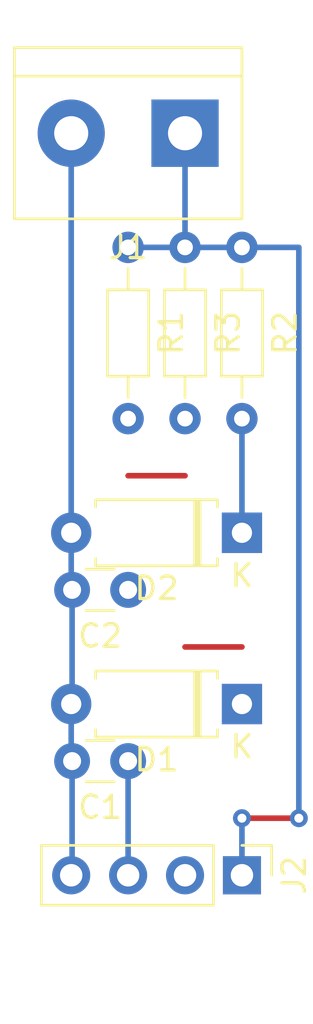
<source format=kicad_pcb>
(kicad_pcb (version 20171130) (host pcbnew 5.0.1-33cea8e~68~ubuntu18.04.1)

  (general
    (thickness 1.6)
    (drawings 0)
    (tracks 25)
    (zones 0)
    (modules 9)
    (nets 5)
  )

  (page A4)
  (layers
    (0 F.Cu signal)
    (31 B.Cu signal)
    (32 B.Adhes user)
    (33 F.Adhes user)
    (34 B.Paste user)
    (35 F.Paste user)
    (36 B.SilkS user)
    (37 F.SilkS user)
    (38 B.Mask user)
    (39 F.Mask user)
    (40 Dwgs.User user)
    (41 Cmts.User user)
    (42 Eco1.User user)
    (43 Eco2.User user)
    (44 Edge.Cuts user)
    (45 Margin user)
    (46 B.CrtYd user)
    (47 F.CrtYd user)
    (48 B.Fab user)
    (49 F.Fab user)
  )

  (setup
    (last_trace_width 0.25)
    (trace_clearance 0.2)
    (zone_clearance 0.508)
    (zone_45_only no)
    (trace_min 0.2)
    (segment_width 0.2)
    (edge_width 0.15)
    (via_size 0.8)
    (via_drill 0.4)
    (via_min_size 0.4)
    (via_min_drill 0.3)
    (uvia_size 0.3)
    (uvia_drill 0.1)
    (uvias_allowed no)
    (uvia_min_size 0.2)
    (uvia_min_drill 0.1)
    (pcb_text_width 0.3)
    (pcb_text_size 1.5 1.5)
    (mod_edge_width 0.15)
    (mod_text_size 1 1)
    (mod_text_width 0.15)
    (pad_size 1.524 1.524)
    (pad_drill 0.762)
    (pad_to_mask_clearance 0.051)
    (solder_mask_min_width 0.25)
    (aux_axis_origin 0 0)
    (visible_elements FFFFFF7F)
    (pcbplotparams
      (layerselection 0x010fc_ffffffff)
      (usegerberextensions false)
      (usegerberattributes false)
      (usegerberadvancedattributes false)
      (creategerberjobfile false)
      (excludeedgelayer true)
      (linewidth 0.100000)
      (plotframeref false)
      (viasonmask false)
      (mode 1)
      (useauxorigin false)
      (hpglpennumber 1)
      (hpglpenspeed 20)
      (hpglpendiameter 15.000000)
      (psnegative false)
      (psa4output false)
      (plotreference true)
      (plotvalue true)
      (plotinvisibletext false)
      (padsonsilk false)
      (subtractmaskfromsilk false)
      (outputformat 1)
      (mirror false)
      (drillshape 1)
      (scaleselection 1)
      (outputdirectory ""))
  )

  (net 0 "")
  (net 1 /5V1_In)
  (net 2 /GND)
  (net 3 /3V3_80mA_Regulated_Out)
  (net 4 /5V1_200mA_Regulated_Out)

  (net_class Default "This is the default net class."
    (clearance 0.2)
    (trace_width 0.25)
    (via_dia 0.8)
    (via_drill 0.4)
    (uvia_dia 0.3)
    (uvia_drill 0.1)
    (add_net /3V3_80mA_Regulated_Out)
    (add_net /5V1_200mA_Regulated_Out)
    (add_net /5V1_In)
    (add_net /GND)
  )

  (module Resistor_THT:R_Axial_DIN0204_L3.6mm_D1.6mm_P7.62mm_Horizontal (layer F.Cu) (tedit 5AE5139B) (tstamp 5BF5A517)
    (at 134.62 68.58 270)
    (descr "Resistor, Axial_DIN0204 series, Axial, Horizontal, pin pitch=7.62mm, 0.167W, length*diameter=3.6*1.6mm^2, http://cdn-reichelt.de/documents/datenblatt/B400/1_4W%23YAG.pdf")
    (tags "Resistor Axial_DIN0204 series Axial Horizontal pin pitch 7.62mm 0.167W length 3.6mm diameter 1.6mm")
    (path /5BE919B4)
    (fp_text reference R3 (at 3.81 -1.92 270) (layer F.SilkS)
      (effects (font (size 1 1) (thickness 0.15)))
    )
    (fp_text value 10 (at 3.81 1.92 270) (layer F.Fab)
      (effects (font (size 1 1) (thickness 0.15)))
    )
    (fp_line (start 2.01 -0.8) (end 2.01 0.8) (layer F.Fab) (width 0.1))
    (fp_line (start 2.01 0.8) (end 5.61 0.8) (layer F.Fab) (width 0.1))
    (fp_line (start 5.61 0.8) (end 5.61 -0.8) (layer F.Fab) (width 0.1))
    (fp_line (start 5.61 -0.8) (end 2.01 -0.8) (layer F.Fab) (width 0.1))
    (fp_line (start 0 0) (end 2.01 0) (layer F.Fab) (width 0.1))
    (fp_line (start 7.62 0) (end 5.61 0) (layer F.Fab) (width 0.1))
    (fp_line (start 1.89 -0.92) (end 1.89 0.92) (layer F.SilkS) (width 0.12))
    (fp_line (start 1.89 0.92) (end 5.73 0.92) (layer F.SilkS) (width 0.12))
    (fp_line (start 5.73 0.92) (end 5.73 -0.92) (layer F.SilkS) (width 0.12))
    (fp_line (start 5.73 -0.92) (end 1.89 -0.92) (layer F.SilkS) (width 0.12))
    (fp_line (start 0.94 0) (end 1.89 0) (layer F.SilkS) (width 0.12))
    (fp_line (start 6.68 0) (end 5.73 0) (layer F.SilkS) (width 0.12))
    (fp_line (start -0.95 -1.05) (end -0.95 1.05) (layer F.CrtYd) (width 0.05))
    (fp_line (start -0.95 1.05) (end 8.57 1.05) (layer F.CrtYd) (width 0.05))
    (fp_line (start 8.57 1.05) (end 8.57 -1.05) (layer F.CrtYd) (width 0.05))
    (fp_line (start 8.57 -1.05) (end -0.95 -1.05) (layer F.CrtYd) (width 0.05))
    (fp_text user %R (at 3.81 0 270) (layer F.Fab)
      (effects (font (size 0.72 0.72) (thickness 0.108)))
    )
    (pad 1 thru_hole circle (at 0 0 270) (size 1.4 1.4) (drill 0.7) (layers *.Cu *.Mask)
      (net 1 /5V1_In))
    (pad 2 thru_hole oval (at 7.62 0 270) (size 1.4 1.4) (drill 0.7) (layers *.Cu *.Mask)
      (net 4 /5V1_200mA_Regulated_Out))
    (model ${KISYS3DMOD}/Resistor_THT.3dshapes/R_Axial_DIN0204_L3.6mm_D1.6mm_P7.62mm_Horizontal.wrl
      (at (xyz 0 0 0))
      (scale (xyz 1 1 1))
      (rotate (xyz 0 0 0))
    )
  )

  (module Resistor_THT:R_Axial_DIN0204_L3.6mm_D1.6mm_P7.62mm_Horizontal (layer F.Cu) (tedit 5AE5139B) (tstamp 5BF5A501)
    (at 137.16 68.58 270)
    (descr "Resistor, Axial_DIN0204 series, Axial, Horizontal, pin pitch=7.62mm, 0.167W, length*diameter=3.6*1.6mm^2, http://cdn-reichelt.de/documents/datenblatt/B400/1_4W%23YAG.pdf")
    (tags "Resistor Axial_DIN0204 series Axial Horizontal pin pitch 7.62mm 0.167W length 3.6mm diameter 1.6mm")
    (path /5BE91992)
    (fp_text reference R2 (at 3.81 -1.92 270) (layer F.SilkS)
      (effects (font (size 1 1) (thickness 0.15)))
    )
    (fp_text value 10 (at 3.81 1.92 270) (layer F.Fab)
      (effects (font (size 1 1) (thickness 0.15)))
    )
    (fp_text user %R (at 3.81 0 270) (layer F.Fab)
      (effects (font (size 0.72 0.72) (thickness 0.108)))
    )
    (fp_line (start 8.57 -1.05) (end -0.95 -1.05) (layer F.CrtYd) (width 0.05))
    (fp_line (start 8.57 1.05) (end 8.57 -1.05) (layer F.CrtYd) (width 0.05))
    (fp_line (start -0.95 1.05) (end 8.57 1.05) (layer F.CrtYd) (width 0.05))
    (fp_line (start -0.95 -1.05) (end -0.95 1.05) (layer F.CrtYd) (width 0.05))
    (fp_line (start 6.68 0) (end 5.73 0) (layer F.SilkS) (width 0.12))
    (fp_line (start 0.94 0) (end 1.89 0) (layer F.SilkS) (width 0.12))
    (fp_line (start 5.73 -0.92) (end 1.89 -0.92) (layer F.SilkS) (width 0.12))
    (fp_line (start 5.73 0.92) (end 5.73 -0.92) (layer F.SilkS) (width 0.12))
    (fp_line (start 1.89 0.92) (end 5.73 0.92) (layer F.SilkS) (width 0.12))
    (fp_line (start 1.89 -0.92) (end 1.89 0.92) (layer F.SilkS) (width 0.12))
    (fp_line (start 7.62 0) (end 5.61 0) (layer F.Fab) (width 0.1))
    (fp_line (start 0 0) (end 2.01 0) (layer F.Fab) (width 0.1))
    (fp_line (start 5.61 -0.8) (end 2.01 -0.8) (layer F.Fab) (width 0.1))
    (fp_line (start 5.61 0.8) (end 5.61 -0.8) (layer F.Fab) (width 0.1))
    (fp_line (start 2.01 0.8) (end 5.61 0.8) (layer F.Fab) (width 0.1))
    (fp_line (start 2.01 -0.8) (end 2.01 0.8) (layer F.Fab) (width 0.1))
    (pad 2 thru_hole oval (at 7.62 0 270) (size 1.4 1.4) (drill 0.7) (layers *.Cu *.Mask)
      (net 4 /5V1_200mA_Regulated_Out))
    (pad 1 thru_hole circle (at 0 0 270) (size 1.4 1.4) (drill 0.7) (layers *.Cu *.Mask)
      (net 1 /5V1_In))
    (model ${KISYS3DMOD}/Resistor_THT.3dshapes/R_Axial_DIN0204_L3.6mm_D1.6mm_P7.62mm_Horizontal.wrl
      (at (xyz 0 0 0))
      (scale (xyz 1 1 1))
      (rotate (xyz 0 0 0))
    )
  )

  (module Resistor_THT:R_Axial_DIN0204_L3.6mm_D1.6mm_P7.62mm_Horizontal (layer F.Cu) (tedit 5AE5139B) (tstamp 5BF5A4EB)
    (at 132.08 68.58 270)
    (descr "Resistor, Axial_DIN0204 series, Axial, Horizontal, pin pitch=7.62mm, 0.167W, length*diameter=3.6*1.6mm^2, http://cdn-reichelt.de/documents/datenblatt/B400/1_4W%23YAG.pdf")
    (tags "Resistor Axial_DIN0204 series Axial Horizontal pin pitch 7.62mm 0.167W length 3.6mm diameter 1.6mm")
    (path /5BE919DE)
    (fp_text reference R1 (at 3.81 -1.92 270) (layer F.SilkS)
      (effects (font (size 1 1) (thickness 0.15)))
    )
    (fp_text value 22 (at 3.81 1.92 270) (layer F.Fab)
      (effects (font (size 1 1) (thickness 0.15)))
    )
    (fp_line (start 2.01 -0.8) (end 2.01 0.8) (layer F.Fab) (width 0.1))
    (fp_line (start 2.01 0.8) (end 5.61 0.8) (layer F.Fab) (width 0.1))
    (fp_line (start 5.61 0.8) (end 5.61 -0.8) (layer F.Fab) (width 0.1))
    (fp_line (start 5.61 -0.8) (end 2.01 -0.8) (layer F.Fab) (width 0.1))
    (fp_line (start 0 0) (end 2.01 0) (layer F.Fab) (width 0.1))
    (fp_line (start 7.62 0) (end 5.61 0) (layer F.Fab) (width 0.1))
    (fp_line (start 1.89 -0.92) (end 1.89 0.92) (layer F.SilkS) (width 0.12))
    (fp_line (start 1.89 0.92) (end 5.73 0.92) (layer F.SilkS) (width 0.12))
    (fp_line (start 5.73 0.92) (end 5.73 -0.92) (layer F.SilkS) (width 0.12))
    (fp_line (start 5.73 -0.92) (end 1.89 -0.92) (layer F.SilkS) (width 0.12))
    (fp_line (start 0.94 0) (end 1.89 0) (layer F.SilkS) (width 0.12))
    (fp_line (start 6.68 0) (end 5.73 0) (layer F.SilkS) (width 0.12))
    (fp_line (start -0.95 -1.05) (end -0.95 1.05) (layer F.CrtYd) (width 0.05))
    (fp_line (start -0.95 1.05) (end 8.57 1.05) (layer F.CrtYd) (width 0.05))
    (fp_line (start 8.57 1.05) (end 8.57 -1.05) (layer F.CrtYd) (width 0.05))
    (fp_line (start 8.57 -1.05) (end -0.95 -1.05) (layer F.CrtYd) (width 0.05))
    (fp_text user %R (at 3.81 0 270) (layer F.Fab)
      (effects (font (size 0.72 0.72) (thickness 0.108)))
    )
    (pad 1 thru_hole circle (at 0 0 270) (size 1.4 1.4) (drill 0.7) (layers *.Cu *.Mask)
      (net 1 /5V1_In))
    (pad 2 thru_hole oval (at 7.62 0 270) (size 1.4 1.4) (drill 0.7) (layers *.Cu *.Mask)
      (net 3 /3V3_80mA_Regulated_Out))
    (model ${KISYS3DMOD}/Resistor_THT.3dshapes/R_Axial_DIN0204_L3.6mm_D1.6mm_P7.62mm_Horizontal.wrl
      (at (xyz 0 0 0))
      (scale (xyz 1 1 1))
      (rotate (xyz 0 0 0))
    )
  )

  (module Capacitor_THT:C_Disc_D3.0mm_W1.6mm_P2.50mm (layer F.Cu) (tedit 5AE50EF0) (tstamp 5BF5981D)
    (at 132.08 83.82 180)
    (descr "C, Disc series, Radial, pin pitch=2.50mm, , diameter*width=3.0*1.6mm^2, Capacitor, http://www.vishay.com/docs/45233/krseries.pdf")
    (tags "C Disc series Radial pin pitch 2.50mm  diameter 3.0mm width 1.6mm Capacitor")
    (path /5BE91BB9)
    (fp_text reference C2 (at 1.25 -2.05 180) (layer F.SilkS)
      (effects (font (size 1 1) (thickness 0.15)))
    )
    (fp_text value 0.1uF (at 1.25 2.05 180) (layer F.Fab)
      (effects (font (size 1 1) (thickness 0.15)))
    )
    (fp_text user %R (at 1.25 0 180) (layer F.Fab)
      (effects (font (size 0.6 0.6) (thickness 0.09)))
    )
    (fp_line (start 3.55 -1.05) (end -1.05 -1.05) (layer F.CrtYd) (width 0.05))
    (fp_line (start 3.55 1.05) (end 3.55 -1.05) (layer F.CrtYd) (width 0.05))
    (fp_line (start -1.05 1.05) (end 3.55 1.05) (layer F.CrtYd) (width 0.05))
    (fp_line (start -1.05 -1.05) (end -1.05 1.05) (layer F.CrtYd) (width 0.05))
    (fp_line (start 0.621 0.92) (end 1.879 0.92) (layer F.SilkS) (width 0.12))
    (fp_line (start 0.621 -0.92) (end 1.879 -0.92) (layer F.SilkS) (width 0.12))
    (fp_line (start 2.75 -0.8) (end -0.25 -0.8) (layer F.Fab) (width 0.1))
    (fp_line (start 2.75 0.8) (end 2.75 -0.8) (layer F.Fab) (width 0.1))
    (fp_line (start -0.25 0.8) (end 2.75 0.8) (layer F.Fab) (width 0.1))
    (fp_line (start -0.25 -0.8) (end -0.25 0.8) (layer F.Fab) (width 0.1))
    (pad 2 thru_hole circle (at 2.5 0 180) (size 1.6 1.6) (drill 0.8) (layers *.Cu *.Mask)
      (net 2 /GND))
    (pad 1 thru_hole circle (at 0 0 180) (size 1.6 1.6) (drill 0.8) (layers *.Cu *.Mask)
      (net 4 /5V1_200mA_Regulated_Out))
    (model ${KISYS3DMOD}/Capacitor_THT.3dshapes/C_Disc_D3.0mm_W1.6mm_P2.50mm.wrl
      (at (xyz 0 0 0))
      (scale (xyz 1 1 1))
      (rotate (xyz 0 0 0))
    )
  )

  (module Capacitor_THT:C_Disc_D3.0mm_W1.6mm_P2.50mm (layer F.Cu) (tedit 5AE50EF0) (tstamp 5BF5980C)
    (at 132.08 91.44 180)
    (descr "C, Disc series, Radial, pin pitch=2.50mm, , diameter*width=3.0*1.6mm^2, Capacitor, http://www.vishay.com/docs/45233/krseries.pdf")
    (tags "C Disc series Radial pin pitch 2.50mm  diameter 3.0mm width 1.6mm Capacitor")
    (path /5BE91C21)
    (fp_text reference C1 (at 1.25 -2.05 180) (layer F.SilkS)
      (effects (font (size 1 1) (thickness 0.15)))
    )
    (fp_text value 0.1uF (at 1.25 2.05 180) (layer F.Fab)
      (effects (font (size 1 1) (thickness 0.15)))
    )
    (fp_line (start -0.25 -0.8) (end -0.25 0.8) (layer F.Fab) (width 0.1))
    (fp_line (start -0.25 0.8) (end 2.75 0.8) (layer F.Fab) (width 0.1))
    (fp_line (start 2.75 0.8) (end 2.75 -0.8) (layer F.Fab) (width 0.1))
    (fp_line (start 2.75 -0.8) (end -0.25 -0.8) (layer F.Fab) (width 0.1))
    (fp_line (start 0.621 -0.92) (end 1.879 -0.92) (layer F.SilkS) (width 0.12))
    (fp_line (start 0.621 0.92) (end 1.879 0.92) (layer F.SilkS) (width 0.12))
    (fp_line (start -1.05 -1.05) (end -1.05 1.05) (layer F.CrtYd) (width 0.05))
    (fp_line (start -1.05 1.05) (end 3.55 1.05) (layer F.CrtYd) (width 0.05))
    (fp_line (start 3.55 1.05) (end 3.55 -1.05) (layer F.CrtYd) (width 0.05))
    (fp_line (start 3.55 -1.05) (end -1.05 -1.05) (layer F.CrtYd) (width 0.05))
    (fp_text user %R (at 0 5.08 180) (layer F.Fab)
      (effects (font (size 0.6 0.6) (thickness 0.09)))
    )
    (pad 1 thru_hole circle (at 0 0 180) (size 1.6 1.6) (drill 0.8) (layers *.Cu *.Mask)
      (net 3 /3V3_80mA_Regulated_Out))
    (pad 2 thru_hole circle (at 2.5 0 180) (size 1.6 1.6) (drill 0.8) (layers *.Cu *.Mask)
      (net 2 /GND))
    (model ${KISYS3DMOD}/Capacitor_THT.3dshapes/C_Disc_D3.0mm_W1.6mm_P2.50mm.wrl
      (at (xyz 0 0 0))
      (scale (xyz 1 1 1))
      (rotate (xyz 0 0 0))
    )
  )

  (module Connector_PinHeader_2.54mm:PinHeader_1x04_P2.54mm_Vertical (layer F.Cu) (tedit 59FED5CC) (tstamp 5BF597FB)
    (at 137.16 96.52 270)
    (descr "Through hole straight pin header, 1x04, 2.54mm pitch, single row")
    (tags "Through hole pin header THT 1x04 2.54mm single row")
    (path /5BE91FEE)
    (fp_text reference J2 (at 0 -2.33 270) (layer F.SilkS)
      (effects (font (size 1 1) (thickness 0.15)))
    )
    (fp_text value 3_Way_Power_Out (at 0 9.95 270) (layer F.Fab)
      (effects (font (size 1 1) (thickness 0.15)))
    )
    (fp_line (start -0.635 -1.27) (end 1.27 -1.27) (layer F.Fab) (width 0.1))
    (fp_line (start 1.27 -1.27) (end 1.27 8.89) (layer F.Fab) (width 0.1))
    (fp_line (start 1.27 8.89) (end -1.27 8.89) (layer F.Fab) (width 0.1))
    (fp_line (start -1.27 8.89) (end -1.27 -0.635) (layer F.Fab) (width 0.1))
    (fp_line (start -1.27 -0.635) (end -0.635 -1.27) (layer F.Fab) (width 0.1))
    (fp_line (start -1.33 8.95) (end 1.33 8.95) (layer F.SilkS) (width 0.12))
    (fp_line (start -1.33 1.27) (end -1.33 8.95) (layer F.SilkS) (width 0.12))
    (fp_line (start 1.33 1.27) (end 1.33 8.95) (layer F.SilkS) (width 0.12))
    (fp_line (start -1.33 1.27) (end 1.33 1.27) (layer F.SilkS) (width 0.12))
    (fp_line (start -1.33 0) (end -1.33 -1.33) (layer F.SilkS) (width 0.12))
    (fp_line (start -1.33 -1.33) (end 0 -1.33) (layer F.SilkS) (width 0.12))
    (fp_line (start -1.8 -1.8) (end -1.8 9.4) (layer F.CrtYd) (width 0.05))
    (fp_line (start -1.8 9.4) (end 1.8 9.4) (layer F.CrtYd) (width 0.05))
    (fp_line (start 1.8 9.4) (end 1.8 -1.8) (layer F.CrtYd) (width 0.05))
    (fp_line (start 1.8 -1.8) (end -1.8 -1.8) (layer F.CrtYd) (width 0.05))
    (fp_text user %R (at 0 3.81) (layer F.Fab)
      (effects (font (size 1 1) (thickness 0.15)))
    )
    (pad 1 thru_hole rect (at 0 0 270) (size 1.7 1.7) (drill 1) (layers *.Cu *.Mask)
      (net 1 /5V1_In))
    (pad 2 thru_hole oval (at 0 2.54 270) (size 1.7 1.7) (drill 1) (layers *.Cu *.Mask)
      (net 4 /5V1_200mA_Regulated_Out))
    (pad 3 thru_hole oval (at 0 5.08 270) (size 1.7 1.7) (drill 1) (layers *.Cu *.Mask)
      (net 3 /3V3_80mA_Regulated_Out))
    (pad 4 thru_hole oval (at 0 7.62 270) (size 1.7 1.7) (drill 1) (layers *.Cu *.Mask)
      (net 2 /GND))
    (model ${KISYS3DMOD}/Connector_PinHeader_2.54mm.3dshapes/PinHeader_1x04_P2.54mm_Vertical.wrl
      (at (xyz 0 0 0))
      (scale (xyz 1 1 1))
      (rotate (xyz 0 0 0))
    )
  )

  (module Diode_THT:D_A-405_P7.62mm_Horizontal (layer F.Cu) (tedit 5AE50CD5) (tstamp 5BF597E3)
    (at 137.16 81.28 180)
    (descr "Diode, A-405 series, Axial, Horizontal, pin pitch=7.62mm, , length*diameter=5.2*2.7mm^2, , http://www.diodes.com/_files/packages/A-405.pdf")
    (tags "Diode A-405 series Axial Horizontal pin pitch 7.62mm  length 5.2mm diameter 2.7mm")
    (path /5BE91AF4)
    (fp_text reference D2 (at 3.81 -2.47 180) (layer F.SilkS)
      (effects (font (size 1 1) (thickness 0.15)))
    )
    (fp_text value 5V1 (at 3.81 2.47 180) (layer F.Fab)
      (effects (font (size 1 1) (thickness 0.15)))
    )
    (fp_text user K (at 0 -1.9 180) (layer F.SilkS)
      (effects (font (size 1 1) (thickness 0.15)))
    )
    (fp_text user K (at 0 -1.9 180) (layer F.Fab)
      (effects (font (size 1 1) (thickness 0.15)))
    )
    (fp_text user %R (at 4.2 0 180) (layer F.Fab)
      (effects (font (size 1 1) (thickness 0.15)))
    )
    (fp_line (start 8.77 -1.6) (end -1.15 -1.6) (layer F.CrtYd) (width 0.05))
    (fp_line (start 8.77 1.6) (end 8.77 -1.6) (layer F.CrtYd) (width 0.05))
    (fp_line (start -1.15 1.6) (end 8.77 1.6) (layer F.CrtYd) (width 0.05))
    (fp_line (start -1.15 -1.6) (end -1.15 1.6) (layer F.CrtYd) (width 0.05))
    (fp_line (start 1.87 -1.47) (end 1.87 1.47) (layer F.SilkS) (width 0.12))
    (fp_line (start 2.11 -1.47) (end 2.11 1.47) (layer F.SilkS) (width 0.12))
    (fp_line (start 1.99 -1.47) (end 1.99 1.47) (layer F.SilkS) (width 0.12))
    (fp_line (start 6.53 1.47) (end 6.53 1.14) (layer F.SilkS) (width 0.12))
    (fp_line (start 1.09 1.47) (end 6.53 1.47) (layer F.SilkS) (width 0.12))
    (fp_line (start 1.09 1.14) (end 1.09 1.47) (layer F.SilkS) (width 0.12))
    (fp_line (start 6.53 -1.47) (end 6.53 -1.14) (layer F.SilkS) (width 0.12))
    (fp_line (start 1.09 -1.47) (end 6.53 -1.47) (layer F.SilkS) (width 0.12))
    (fp_line (start 1.09 -1.14) (end 1.09 -1.47) (layer F.SilkS) (width 0.12))
    (fp_line (start 1.89 -1.35) (end 1.89 1.35) (layer F.Fab) (width 0.1))
    (fp_line (start 2.09 -1.35) (end 2.09 1.35) (layer F.Fab) (width 0.1))
    (fp_line (start 1.99 -1.35) (end 1.99 1.35) (layer F.Fab) (width 0.1))
    (fp_line (start 7.62 0) (end 6.41 0) (layer F.Fab) (width 0.1))
    (fp_line (start 0 0) (end 1.21 0) (layer F.Fab) (width 0.1))
    (fp_line (start 6.41 -1.35) (end 1.21 -1.35) (layer F.Fab) (width 0.1))
    (fp_line (start 6.41 1.35) (end 6.41 -1.35) (layer F.Fab) (width 0.1))
    (fp_line (start 1.21 1.35) (end 6.41 1.35) (layer F.Fab) (width 0.1))
    (fp_line (start 1.21 -1.35) (end 1.21 1.35) (layer F.Fab) (width 0.1))
    (pad 2 thru_hole oval (at 7.62 0 180) (size 1.8 1.8) (drill 0.9) (layers *.Cu *.Mask)
      (net 2 /GND))
    (pad 1 thru_hole rect (at 0 0 180) (size 1.8 1.8) (drill 0.9) (layers *.Cu *.Mask)
      (net 4 /5V1_200mA_Regulated_Out))
    (model ${KISYS3DMOD}/Diode_THT.3dshapes/D_A-405_P7.62mm_Horizontal.wrl
      (at (xyz 0 0 0))
      (scale (xyz 1 1 1))
      (rotate (xyz 0 0 0))
    )
  )

  (module Diode_THT:D_A-405_P7.62mm_Horizontal (layer F.Cu) (tedit 5AE50CD5) (tstamp 5BF597C4)
    (at 137.16 88.9 180)
    (descr "Diode, A-405 series, Axial, Horizontal, pin pitch=7.62mm, , length*diameter=5.2*2.7mm^2, , http://www.diodes.com/_files/packages/A-405.pdf")
    (tags "Diode A-405 series Axial Horizontal pin pitch 7.62mm  length 5.2mm diameter 2.7mm")
    (path /5BE91AA6)
    (fp_text reference D1 (at 3.81 -2.47 180) (layer F.SilkS)
      (effects (font (size 1 1) (thickness 0.15)))
    )
    (fp_text value 3V3 (at 3.81 2.47 180) (layer F.Fab)
      (effects (font (size 1 1) (thickness 0.15)))
    )
    (fp_line (start 1.21 -1.35) (end 1.21 1.35) (layer F.Fab) (width 0.1))
    (fp_line (start 1.21 1.35) (end 6.41 1.35) (layer F.Fab) (width 0.1))
    (fp_line (start 6.41 1.35) (end 6.41 -1.35) (layer F.Fab) (width 0.1))
    (fp_line (start 6.41 -1.35) (end 1.21 -1.35) (layer F.Fab) (width 0.1))
    (fp_line (start 0 0) (end 1.21 0) (layer F.Fab) (width 0.1))
    (fp_line (start 7.62 0) (end 6.41 0) (layer F.Fab) (width 0.1))
    (fp_line (start 1.99 -1.35) (end 1.99 1.35) (layer F.Fab) (width 0.1))
    (fp_line (start 2.09 -1.35) (end 2.09 1.35) (layer F.Fab) (width 0.1))
    (fp_line (start 1.89 -1.35) (end 1.89 1.35) (layer F.Fab) (width 0.1))
    (fp_line (start 1.09 -1.14) (end 1.09 -1.47) (layer F.SilkS) (width 0.12))
    (fp_line (start 1.09 -1.47) (end 6.53 -1.47) (layer F.SilkS) (width 0.12))
    (fp_line (start 6.53 -1.47) (end 6.53 -1.14) (layer F.SilkS) (width 0.12))
    (fp_line (start 1.09 1.14) (end 1.09 1.47) (layer F.SilkS) (width 0.12))
    (fp_line (start 1.09 1.47) (end 6.53 1.47) (layer F.SilkS) (width 0.12))
    (fp_line (start 6.53 1.47) (end 6.53 1.14) (layer F.SilkS) (width 0.12))
    (fp_line (start 1.99 -1.47) (end 1.99 1.47) (layer F.SilkS) (width 0.12))
    (fp_line (start 2.11 -1.47) (end 2.11 1.47) (layer F.SilkS) (width 0.12))
    (fp_line (start 1.87 -1.47) (end 1.87 1.47) (layer F.SilkS) (width 0.12))
    (fp_line (start -1.15 -1.6) (end -1.15 1.6) (layer F.CrtYd) (width 0.05))
    (fp_line (start -1.15 1.6) (end 8.77 1.6) (layer F.CrtYd) (width 0.05))
    (fp_line (start 8.77 1.6) (end 8.77 -1.6) (layer F.CrtYd) (width 0.05))
    (fp_line (start 8.77 -1.6) (end -1.15 -1.6) (layer F.CrtYd) (width 0.05))
    (fp_text user %R (at 4.2 0 180) (layer F.Fab)
      (effects (font (size 1 1) (thickness 0.15)))
    )
    (fp_text user K (at 0 -1.9 180) (layer F.Fab)
      (effects (font (size 1 1) (thickness 0.15)))
    )
    (fp_text user K (at 0 -1.9 180) (layer F.SilkS)
      (effects (font (size 1 1) (thickness 0.15)))
    )
    (pad 1 thru_hole rect (at 0 0 180) (size 1.8 1.8) (drill 0.9) (layers *.Cu *.Mask)
      (net 3 /3V3_80mA_Regulated_Out))
    (pad 2 thru_hole oval (at 7.62 0 180) (size 1.8 1.8) (drill 0.9) (layers *.Cu *.Mask)
      (net 2 /GND))
    (model ${KISYS3DMOD}/Diode_THT.3dshapes/D_A-405_P7.62mm_Horizontal.wrl
      (at (xyz 0 0 0))
      (scale (xyz 1 1 1))
      (rotate (xyz 0 0 0))
    )
  )

  (module TerminalBlock:TerminalBlock_bornier-2_P5.08mm (layer F.Cu) (tedit 59FF03AB) (tstamp 5BF5976C)
    (at 134.62 63.5 180)
    (descr "simple 2-pin terminal block, pitch 5.08mm, revamped version of bornier2")
    (tags "terminal block bornier2")
    (path /5BE91EEC)
    (fp_text reference J1 (at 2.54 -5.08 180) (layer F.SilkS)
      (effects (font (size 1 1) (thickness 0.15)))
    )
    (fp_text value 5V1_Power_In (at 2.54 5.08 180) (layer F.Fab)
      (effects (font (size 1 1) (thickness 0.15)))
    )
    (fp_text user %R (at 2.54 0 180) (layer F.Fab)
      (effects (font (size 1 1) (thickness 0.15)))
    )
    (fp_line (start -2.41 2.55) (end 7.49 2.55) (layer F.Fab) (width 0.1))
    (fp_line (start -2.46 -3.75) (end -2.46 3.75) (layer F.Fab) (width 0.1))
    (fp_line (start -2.46 3.75) (end 7.54 3.75) (layer F.Fab) (width 0.1))
    (fp_line (start 7.54 3.75) (end 7.54 -3.75) (layer F.Fab) (width 0.1))
    (fp_line (start 7.54 -3.75) (end -2.46 -3.75) (layer F.Fab) (width 0.1))
    (fp_line (start 7.62 2.54) (end -2.54 2.54) (layer F.SilkS) (width 0.12))
    (fp_line (start 7.62 3.81) (end 7.62 -3.81) (layer F.SilkS) (width 0.12))
    (fp_line (start 7.62 -3.81) (end -2.54 -3.81) (layer F.SilkS) (width 0.12))
    (fp_line (start -2.54 -3.81) (end -2.54 3.81) (layer F.SilkS) (width 0.12))
    (fp_line (start -2.54 3.81) (end 7.62 3.81) (layer F.SilkS) (width 0.12))
    (fp_line (start -2.71 -4) (end 7.79 -4) (layer F.CrtYd) (width 0.05))
    (fp_line (start -2.71 -4) (end -2.71 4) (layer F.CrtYd) (width 0.05))
    (fp_line (start 7.79 4) (end 7.79 -4) (layer F.CrtYd) (width 0.05))
    (fp_line (start 7.79 4) (end -2.71 4) (layer F.CrtYd) (width 0.05))
    (pad 1 thru_hole rect (at 0 0 180) (size 3 3) (drill 1.52) (layers *.Cu *.Mask)
      (net 1 /5V1_In))
    (pad 2 thru_hole circle (at 5.08 0 180) (size 3 3) (drill 1.52) (layers *.Cu *.Mask)
      (net 2 /GND))
    (model ${KISYS3DMOD}/TerminalBlock.3dshapes/TerminalBlock_bornier-2_P5.08mm.wrl
      (offset (xyz 2.539999961853027 0 0))
      (scale (xyz 1 1 1))
      (rotate (xyz 0 0 0))
    )
  )

  (segment (start 132.08 78.74) (end 134.62 78.74) (width 0.25) (layer F.Cu) (net 0))
  (segment (start 134.62 86.36) (end 137.16 86.36) (width 0.25) (layer F.Cu) (net 0))
  (segment (start 137.16 93.98) (end 137.16 93.98) (width 0.25) (layer F.Cu) (net 1))
  (segment (start 139.7 93.98) (end 139.7 93.98) (width 0.25) (layer F.Cu) (net 1) (tstamp 5BF5B3D3))
  (via (at 139.7 93.98) (size 0.8) (drill 0.4) (layers F.Cu B.Cu) (net 1))
  (segment (start 132.08 68.58) (end 134.62 68.58) (width 0.25) (layer B.Cu) (net 1))
  (segment (start 134.62 68.58) (end 137.16 68.58) (width 0.25) (layer B.Cu) (net 1))
  (segment (start 134.62 66.04) (end 134.62 66.04) (width 0.25) (layer F.Cu) (net 1))
  (segment (start 137.16 96.52) (end 137.16 93.98) (width 0.25) (layer B.Cu) (net 1))
  (segment (start 137.16 93.98) (end 139.7 93.98) (width 0.25) (layer F.Cu) (net 1) (tstamp 5BF5B3D5))
  (via (at 137.16 93.98) (size 0.8) (drill 0.4) (layers F.Cu B.Cu) (net 1))
  (segment (start 134.62 68.58) (end 134.62 63.5) (width 0.25) (layer B.Cu) (net 1))
  (segment (start 139.7 68.58) (end 139.7 93.98) (width 0.25) (layer B.Cu) (net 1))
  (segment (start 137.16 68.58) (end 139.7 68.58) (width 0.25) (layer B.Cu) (net 1))
  (segment (start 129.54 83.78) (end 129.58 83.82) (width 0.25) (layer B.Cu) (net 2))
  (segment (start 129.54 81.28) (end 129.54 83.78) (width 0.25) (layer B.Cu) (net 2))
  (segment (start 129.58 88.86) (end 129.54 88.9) (width 0.25) (layer B.Cu) (net 2))
  (segment (start 129.58 83.82) (end 129.58 88.86) (width 0.25) (layer B.Cu) (net 2))
  (segment (start 129.54 91.4) (end 129.58 91.44) (width 0.25) (layer B.Cu) (net 2))
  (segment (start 129.54 88.9) (end 129.54 91.4) (width 0.25) (layer B.Cu) (net 2))
  (segment (start 129.54 63.5) (end 129.54 81.28) (width 0.25) (layer B.Cu) (net 2))
  (segment (start 129.58 96.48) (end 129.54 96.52) (width 0.25) (layer B.Cu) (net 2))
  (segment (start 129.58 91.44) (end 129.58 96.48) (width 0.25) (layer B.Cu) (net 2))
  (segment (start 132.08 91.44) (end 132.08 96.52) (width 0.25) (layer B.Cu) (net 3))
  (segment (start 137.16 76.2) (end 137.16 81.28) (width 0.25) (layer B.Cu) (net 4))

  (zone (net 0) (net_name "") (layer B.Cu) (tstamp 0) (hatch edge 0.508)
    (connect_pads (clearance 0.508))
    (min_thickness 0.254)
    (keepout (tracks not_allowed) (vias not_allowed) (copperpour allowed))
    (fill (arc_segments 16) (thermal_gap 0.508) (thermal_bridge_width 0.508))
    (polygon
      (pts
        (xy 135.89 71.12) (xy 135.89 73.66) (xy 138.43 73.66) (xy 138.43 71.12)
      )
    )
  )
  (zone (net 0) (net_name "") (layer B.Cu) (tstamp 5BF5B3D8) (hatch edge 0.508)
    (connect_pads (clearance 0.508))
    (min_thickness 0.254)
    (keepout (tracks not_allowed) (vias not_allowed) (copperpour allowed))
    (fill (arc_segments 16) (thermal_gap 0.508) (thermal_bridge_width 0.508))
    (polygon
      (pts
        (xy 133.35 71.12) (xy 133.35 73.66) (xy 135.89 73.66) (xy 135.89 71.12)
      )
    )
  )
  (zone (net 0) (net_name "") (layer B.Cu) (tstamp 5BF5B3DA) (hatch edge 0.508)
    (connect_pads (clearance 0.508))
    (min_thickness 0.254)
    (keepout (tracks not_allowed) (vias not_allowed) (copperpour allowed))
    (fill (arc_segments 16) (thermal_gap 0.508) (thermal_bridge_width 0.508))
    (polygon
      (pts
        (xy 130.81 71.12) (xy 130.81 73.66) (xy 133.35 73.66) (xy 133.35 71.12)
      )
    )
  )
)

</source>
